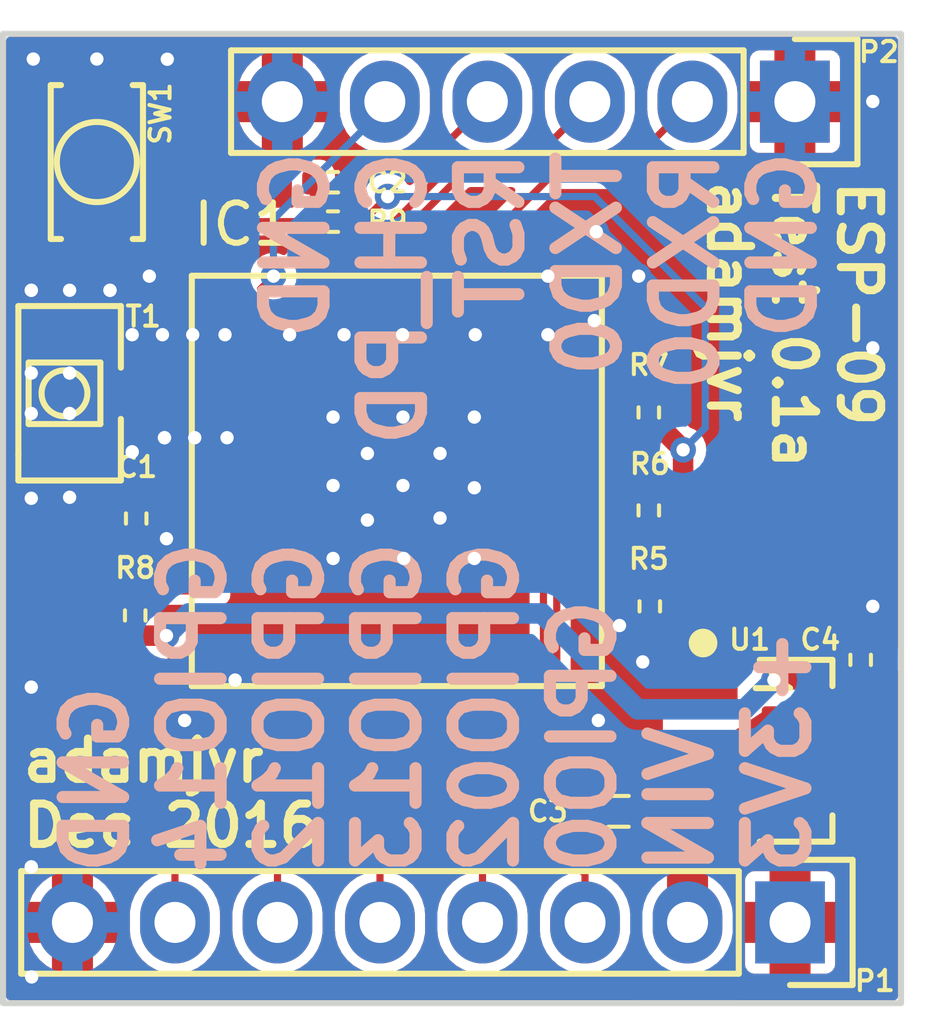
<source format=kicad_pcb>
(kicad_pcb (version 20221018) (generator pcbnew)
  (layers (0 "F.Cu" signal) (31 "B.Cu" signal) (34 "B.Paste" user) (35 "F.Paste" user) (36 "B.SilkS" user "B.Silkscreen") (37 "F.SilkS" user "F.Silkscreen") (38 "B.Mask" user) (39 "F.Mask" user) (44 "Edge.Cuts" user))
  (net 0 "")
  (net 1 "+3V3")
  (net 2 "GND")
  (net 3 "Net-(IC1-Pad6)")
  (net 4 "/ANTENNA")
  (net 5 "/CH_PD")
  (net 6 "VCC")
  (net 7 "/GPIO14")
  (net 8 "/GPIO12")
  (net 9 "/GPIO13")
  (net 10 "/GPIO2")
  (net 11 "/GPIO0")
  (net 12 "/RST")
  (net 13 "/TXD0")
  (net 14 "/RXD0")
  (footprint "PCB_Footprints:R0402" (layer "F.Cu") (at 125.275 52.9 -90)
    (fp_text reference "R8" (at -1.175 0) (layer "F.SilkS") (effects (font (size 0.5 0.5) (thickness 0.1))))
    (fp_text value "RC1005F103CS")
    (fp_line (start -0.127 -0.254) (end 0.127 -0.254) (stroke (width 0.1)) (layer "F.SilkS"))
    (fp_line (start -0.127 0.254) (end 0.127 0.254) (stroke (width 0.1)) (layer "F.SilkS"))
    (pad "1" smd roundrect (at -0.483 0 270) (size 0.559 0.61) (layers "F.Cu" "F.Paste" "F.Mask") (net 5 "/CH_PD"))
    (pad "2" smd roundrect (at 0.483 0 270) (size 0.559 0.61) (layers "F.Cu" "F.Paste" "F.Mask") (net 1 "+3V3"))
  )
  (footprint "PCB_Footprints:R0402" (layer "F.Cu") (at 130.175 43.15 180)
    (fp_text reference "R9" (at -1.35 0 180) (layer "F.SilkS") (effects (font (size 0.5 0.5) (thickness 0.1))))
    (fp_text value "RC1005F102CS")
    (fp_line (start -0.127 -0.254) (end 0.127 -0.254) (stroke (width 0.1)) (layer "F.SilkS"))
    (fp_line (start -0.127 0.254) (end 0.127 0.254) (stroke (width 0.1)) (layer "F.SilkS"))
    (pad "1" smd roundrect (at -0.483 0 180) (size 0.559 0.61) (layers "F.Cu" "F.Paste" "F.Mask") (net 1 "+3V3"))
    (pad "2" smd roundrect (at 0.483 0 180) (size 0.559 0.61) (layers "F.Cu" "F.Paste" "F.Mask") (net 12 "/RST"))
  )
  (footprint "PCB_Footprints:R0402" (layer "F.Cu") (at 138 47.875 90)
    (fp_text reference "R7" (at 1.175 0 180) (layer "F.SilkS") (effects (font (size 0.5 0.5) (thickness 0.1))))
    (fp_text value "RC1005F103CS")
    (fp_line (start -0.127 -0.254) (end 0.127 -0.254) (stroke (width 0.1)) (layer "F.SilkS"))
    (fp_line (start -0.127 0.254) (end 0.127 0.254) (stroke (width 0.1)) (layer "F.SilkS"))
    (pad "1" smd roundrect (at -0.483 0 90) (size 0.559 0.61) (layers "F.Cu" "F.Paste" "F.Mask") (net 1 "+3V3"))
    (pad "2" smd roundrect (at 0.483 0 90) (size 0.559 0.61) (layers "F.Cu" "F.Paste" "F.Mask") (net 10 "/GPIO2"))
  )
  (footprint "PCB_Footprints:R0402" (layer "F.Cu") (at 138.025 52.675 -90)
    (fp_text reference "R5" (at -1.175 0.025) (layer "F.SilkS") (effects (font (size 0.5 0.5) (thickness 0.1))))
    (fp_text value "RC1005F103CS")
    (fp_line (start -0.127 -0.254) (end 0.127 -0.254) (stroke (width 0.1)) (layer "F.SilkS"))
    (fp_line (start -0.127 0.254) (end 0.127 0.254) (stroke (width 0.1)) (layer "F.SilkS"))
    (pad "1" smd roundrect (at -0.483 0 270) (size 0.559 0.61) (layers "F.Cu" "F.Paste" "F.Mask") (net 3 "Net-(IC1-Pad6)"))
    (pad "2" smd roundrect (at 0.483 0 270) (size 0.559 0.61) (layers "F.Cu" "F.Paste" "F.Mask") (net 2 "GND"))
  )
  (footprint "PCB_Footprints:R0402" (layer "F.Cu") (at 138 50.3 90)
    (fp_text reference "R6" (at 1.15 0.025 180) (layer "F.SilkS") (effects (font (size 0.5 0.5) (thickness 0.1))))
    (fp_text value "RC1005F103CS")
    (fp_line (start -0.127 -0.254) (end 0.127 -0.254) (stroke (width 0.1)) (layer "F.SilkS"))
    (fp_line (start -0.127 0.254) (end 0.127 0.254) (stroke (width 0.1)) (layer "F.SilkS"))
    (pad "1" smd roundrect (at -0.483 0 90) (size 0.559 0.61) (layers "F.Cu" "F.Paste" "F.Mask") (net 1 "+3V3"))
    (pad "2" smd roundrect (at 0.483 0 90) (size 0.559 0.61) (layers "F.Cu" "F.Paste" "F.Mask") (net 11 "/GPIO0"))
  )
  (footprint "PCB_Footprints:ESP-09" (layer "F.Cu") (at 126.677528 44.489437)
    (fp_text reference "IC1" (at 1.27 -1.27) (layer "F.SilkS"))
    (fp_text value "ESP_09")
    (fp_line (start 0 0) (end 0 10.16) (stroke (width 0.15)) (layer "F.SilkS"))
    (fp_line (start 0 10.16) (end 10.16 10.16) (stroke (width 0.15)) (layer "F.SilkS"))
    (fp_line (start 10.16 0) (end 0 0) (stroke (width 0.15)) (layer "F.SilkS"))
    (fp_line (start 10.16 10.16) (end 10.16 0) (stroke (width 0.15)) (layer "F.SilkS"))
    (pad "1" smd rect (at 0 10) (size 1.2 1.2) (layers "F.Cu" "F.Paste" "F.Mask") (net 2 "GND"))
    (pad "2" smd rect (at 3.023 10) (size 0.8 1.4) (layers "F.Cu" "F.Paste" "F.Mask") (net 7 "/GPIO14"))
    (pad "3" smd rect (at 5.232 10) (size 0.8 1.4) (layers "F.Cu" "F.Paste" "F.Mask") (net 8 "/GPIO12"))
    (pad "4" smd rect (at 7.442 10) (size 0.8 1.4) (layers "F.Cu" "F.Paste" "F.Mask") (net 9 "/GPIO13"))
    (pad "5" smd rect (at 10 10) (size 1.2 1.2) (layers "F.Cu" "F.Paste" "F.Mask") (net 2 "GND"))
    (pad "6" smd rect (at 10 7.493 90) (size 0.8 1.4) (layers "F.Cu" "F.Paste" "F.Mask") (net 3 "Net-(IC1-Pad6)"))
    (pad "7" smd rect (at 10 5.194 90) (size 0.8 1.4) (layers "F.Cu" "F.Paste" "F.Mask") (net 11 "/GPIO0"))
    (pad "8" smd rect (at 10 2.896 90) (size 0.8 1.4) (layers "F.Cu" "F.Paste" "F.Mask") (net 10 "/GPIO2"))
    (pad "9" smd rect (at 10 0) (size 1.2 1.2) (layers "F.Cu" "F.Paste" "F.Mask") (net 2 "GND"))
    (pad "10" smd rect (at 7.442 0) (size 0.8 1.4) (layers "F.Cu" "F.Paste" "F.Mask") (net 14 "/RXD0"))
    (pad "11" smd rect (at 5.232 0) (size 0.8 1.4) (layers "F.Cu" "F.Paste" "F.Mask") (net 13 "/TXD0"))
    (pad "12" smd rect (at 3.023 0) (size 0.8 1.4) (layers "F.Cu" "F.Paste" "F.Mask") (net 12 "/RST"))
    (pad "13" smd rect (at 0 0) (size 1.2 1.2) (layers "F.Cu" "F.Paste" "F.Mask") (net 2 "GND"))
    (pad "14" smd rect (at 0 2.896 90) (size 0.8 1.4) (layers "F.Cu" "F.Paste" "F.Mask") (net 4 "/ANTENNA"))
    (pad "15" smd rect (at 0 5.194 90) (size 0.8 1.4) (layers "F.Cu" "F.Paste" "F.Mask") (net 1 "+3V3"))
    (pad "16" smd rect (at 0 7.493 90) (size 0.8 1.4) (layers "F.Cu" "F.Paste" "F.Mask") (net 5 "/CH_PD"))
    (pad "17" thru_hole circle (at 3.5 3.5) (size 0.635 0.635) (drill 0.3302) (layers "*.Cu" "*.Mask") (net 2 "GND"))
    (pad "17" thru_hole circle (at 3.5 5.194) (size 0.635 0.635) (drill 0.3302) (layers "*.Cu" "*.Mask") (net 2 "GND"))
    (pad "17" thru_hole circle (at 3.5 7) (size 0.635 0.635) (drill 0.3302) (layers "*.Cu" "*.Mask") (net 2 "GND"))
    (pad "17" thru_hole circle (at 4.35 4.4) (size 0.635 0.635) (drill 0.3302) (layers "*.Cu" "*.Mask") (net 2 "GND"))
    (pad "17" thru_hole circle (at 4.35 6.05) (size 0.635 0.635) (drill 0.3302) (layers "*.Cu" "*.Mask") (net 2 "GND"))
    (pad "17" thru_hole circle (at 5.232 3.5) (size 0.635 0.635) (drill 0.3302) (layers "*.Cu" "*.Mask") (net 2 "GND"))
    (pad "17" thru_hole circle (at 5.232 5.194) (size 0.635 0.635) (drill 0.3302) (layers "*.Cu" "*.Mask") (net 2 "GND"))
    (pad "17" smd rect (at 5.232 5.194 90) (size 4.7 4.7) (layers "F.Cu" "F.Paste" "F.Mask") (net 2 "GND"))
    (pad "17" thru_hole circle (at 5.25 7) (size 0.635 0.635) (drill 0.3302) (layers "*.Cu" "*.Mask") (net 2 "GND"))
    (pad "17" thru_hole circle (at 6.15 4.4) (size 0.635 0.635) (drill 0.3302) (layers "*.Cu" "*.Mask") (net 2 "GND"))
    (pad "17" thru_hole circle (at 6.15 6) (size 0.635 0.635) (drill 0.3302) (layers "*.Cu" "*.Mask") (net 2 "GND"))
    (pad "17" thru_hole circle (at 7 3.5) (size 0.635 0.635) (drill 0.3302) (layers "*.Cu" "*.Mask") (net 2 "GND"))
    (pad "17" thru_hole circle (at 7 5.25) (size 0.635 0.635) (drill 0.3302) (layers "*.Cu" "*.Mask") (net 2 "GND"))
    (pad "17" thru_hole circle (at 7 7) (size 0.635 0.635) (drill 0.3302) (layers "*.Cu" "*.Mask") (net 2 "GND"))
  )
  (footprint "PCB_Footprints:C0402" (layer "F.Cu") (at 125.3 50.5 -90)
    (fp_text reference "C1" (at -1.275 -0.025) (layer "F.SilkS") (effects (font (size 0.5 0.5) (thickness 0.1))))
    (fp_text value "CL05B104JP5NNNC")
    (fp_line (start -0.127 -0.254) (end 0.127 -0.254) (stroke (width 0.1)) (layer "F.SilkS"))
    (fp_line (start -0.127 0.254) (end 0.127 0.254) (stroke (width 0.1)) (layer "F.SilkS"))
    (pad "1" smd roundrect (at -0.483 0 270) (size 0.559 0.61) (layers "F.Cu" "F.Paste" "F.Mask") (net 1 "+3V3"))
    (pad "2" smd roundrect (at 0.483 0 270) (size 0.559 0.61) (layers "F.Cu" "F.Paste" "F.Mask") (net 2 "GND"))
  )
  (footprint "PCB_Footprints:C0402" (layer "F.Cu") (at 130.175 42.175)
    (fp_text reference "C2" (at 1.35 0) (layer "F.SilkS") (effects (font (size 0.5 0.5) (thickness 0.1))))
    (fp_text value "CL05B104JP5NNNC")
    (fp_line (start -0.127 -0.254) (end 0.127 -0.254) (stroke (width 0.1)) (layer "F.SilkS"))
    (fp_line (start -0.127 0.254) (end 0.127 0.254) (stroke (width 0.1)) (layer "F.SilkS"))
    (pad "1" smd roundrect (at -0.483 0) (size 0.559 0.61) (layers "F.Cu" "F.Paste" "F.Mask") (net 12 "/RST"))
    (pad "2" smd roundrect (at 0.483 0) (size 0.559 0.61) (layers "F.Cu" "F.Paste" "F.Mask") (net 2 "GND"))
  )
  (footprint "PCB_Footprints:B3U-1000P" (layer "F.Cu") (at 124.325 41.675 90)
    (fp_text reference "SW1" (at 1.2 1.575 90) (layer "F.SilkS") (effects (font (size 0.5 0.5) (thickness 0.1))))
    (fp_text value "B3U-1000P")
    (fp_line (start -1.905 -1.143) (end 1.905 -1.143) (stroke (width 0.15)) (layer "F.SilkS"))
    (fp_line (start -1.905 -0.889) (end -1.905 -1.143) (stroke (width 0.15)) (layer "F.SilkS"))
    (fp_line (start -1.905 1.143) (end -1.905 0.889) (stroke (width 0.15)) (layer "F.SilkS"))
    (fp_line (start 1.905 -1.143) (end 1.905 -0.889) (stroke (width 0.15)) (layer "F.SilkS"))
    (fp_line (start 1.905 0.889) (end 1.905 1.143) (stroke (width 0.15)) (layer "F.SilkS"))
    (fp_line (start 1.905 1.143) (end -1.905 1.143) (stroke (width 0.15)) (layer "F.SilkS"))
    (fp_circle (center 0 0) (end 0.635 0.762) (stroke (width 0.15)) (fill none) (layer "F.SilkS"))
    (pad "1" smd rect (at -1.7 0 90) (size 0.8 1.7) (layers "F.Cu" "F.Paste" "F.Mask") (net 12 "/RST"))
    (pad "2" smd rect (at 1.7 0 90) (size 0.8 1.7) (layers "F.Cu" "F.Paste" "F.Mask") (net 2 "GND"))
  )
  (footprint "PCB_Footprints:1909763-1" (layer "F.Cu") (at 123.65 47.4 -90)
    (fp_text reference "T1" (at -1.9 -1.825) (layer "F.SilkS") (effects (font (size 0.5 0.5) (thickness 0.1))))
    (fp_text value "1909763-1" hide)
    (fp_line (start -2.159 -1.27) (end -0.635 -1.27) (stroke (width 0.15)) (layer "F.SilkS"))
    (fp_line (start -2.159 1.27) (end -2.159 -1.27) (stroke (width 0.15)) (layer "F.SilkS"))
    (fp_line (start -0.762 -0.762) (end -0.762 1.016) (stroke (width 0.15)) (layer "F.SilkS"))
    (fp_line (start -0.762 -0.762) (end 0.762 -0.762) (stroke (width 0.15)) (layer "F.SilkS"))
    (fp_line (start -0.762 1.016) (end 0.762 1.016) (stroke (width 0.15)) (layer "F.SilkS"))
    (fp_line (start 0.635 -1.27) (end 2.159 -1.27) (stroke (width 0.15)) (layer "F.SilkS"))
    (fp_line (start 0.762 1.016) (end 0.762 -0.762) (stroke (width 0.15)) (layer "F.SilkS"))
    (fp_line (start 1.524 1.27) (end -2.159 1.27) (stroke (width 0.15)) (layer "F.SilkS"))
    (fp_line (start 2.159 -1.27) (end 2.159 1.27) (stroke (width 0.15)) (layer "F.SilkS"))
    (fp_line (start 2.159 1.27) (end 1.524 1.27) (stroke (width 0.15)) (layer "F.SilkS"))
    (fp_circle (center 0 0.127) (end 0.254 0.635) (stroke (width 0.15)) (fill none) (layer "F.SilkS"))
    (pad "1" smd rect (at 0 -1.525 270) (size 1 1.05) (layers "F.Cu" "F.Paste" "F.Mask") (net 4 "/ANTENNA"))
    (pad "2" smd rect (at -1.475 0 270) (size 1.05 2.2) (layers "F.Cu" "F.Paste" "F.Mask") (net 2 "GND"))
    (pad "2" smd rect (at 1.475 0 270) (size 1.05 2.2) (layers "F.Cu" "F.Paste" "F.Mask") (net 2 "GND"))
  )
  (footprint "Pin_Headers:Pin_Header_Straight_1x08" (layer "F.Cu") (at 141.5 60.5 -90)
    (fp_text reference "P1" (at 1.45 -2.1) (layer "F.SilkS") (effects (font (size 0.5 0.5) (thickness 0.1))))
    (fp_text value "CONN_01X08")
    (fp_line (start -1.55 -1.55) (end 1.55 -1.55) (stroke (width 0.15)) (layer "F.SilkS"))
    (fp_line (start -1.55 0) (end -1.55 -1.55) (stroke (width 0.15)) (layer "F.SilkS"))
    (fp_line (start -1.27 19.05) (end -1.27 1.27) (stroke (width 0.15)) (layer "F.SilkS"))
    (fp_line (start 1.27 1.27) (end -1.27 1.27) (stroke (width 0.15)) (layer "F.SilkS"))
    (fp_line (start 1.27 1.27) (end 1.27 19.05) (stroke (width 0.15)) (layer "F.SilkS"))
    (fp_line (start 1.27 19.05) (end -1.27 19.05) (stroke (width 0.15)) (layer "F.SilkS"))
    (fp_line (start 1.55 -1.55) (end 1.55 0) (stroke (width 0.15)) (layer "F.SilkS"))
    (pad "1" thru_hole rect (at 0 0 270) (size 2.032 1.7272) (drill 1.016) (layers "*.Cu" "*.Mask") (net 1 "+3V3"))
    (pad "2" thru_hole oval (at 0 2.54 270) (size 2.032 1.7272) (drill 1.016) (layers "*.Cu" "*.Mask") (net 6 "VCC"))
    (pad "3" thru_hole oval (at 0 5.08 270) (size 2.032 1.7272) (drill 1.016) (layers "*.Cu" "*.Mask") (net 11 "/GPIO0"))
    (pad "4" thru_hole oval (at 0 7.62 270) (size 2.032 1.7272) (drill 1.016) (layers "*.Cu" "*.Mask") (net 10 "/GPIO2"))
    (pad "5" thru_hole oval (at 0 10.16 270) (size 2.032 1.7272) (drill 1.016) (layers "*.Cu" "*.Mask") (net 9 "/GPIO13"))
    (pad "6" thru_hole oval (at 0 12.7 270) (size 2.032 1.7272) (drill 1.016) (layers "*.Cu" "*.Mask") (net 8 "/GPIO12"))
    (pad "7" thru_hole oval (at 0 15.24 270) (size 2.032 1.7272) (drill 1.016) (layers "*.Cu" "*.Mask") (net 7 "/GPIO14"))
    (pad "8" thru_hole oval (at 0 17.78 270) (size 2.032 1.7272) (drill 1.016) (layers "*.Cu" "*.Mask") (net 2 "GND"))
  )
  (footprint "Pin_Headers:Pin_Header_Straight_1x06" (layer "F.Cu") (at 141.62 40.18 -90)
    (fp_text reference "P2" (at -1.23 -2.08) (layer "F.SilkS") (effects (font (size 0.5 0.5) (thickness 0.1))))
    (fp_text value "CONN_01X06")
    (fp_line (start -1.55 -1.55) (end 1.55 -1.55) (stroke (width 0.15)) (layer "F.SilkS"))
    (fp_line (start -1.55 0) (end -1.55 -1.55) (stroke (width 0.15)) (layer "F.SilkS"))
    (fp_line (start -1.27 13.97) (end -1.27 1.27) (stroke (width 0.15)) (layer "F.SilkS"))
    (fp_line (start 1.27 1.27) (end -1.27 1.27) (stroke (width 0.15)) (layer "F.SilkS"))
    (fp_line (start 1.27 1.27) (end 1.27 13.97) (stroke (width 0.15)) (layer "F.SilkS"))
    (fp_line (start 1.27 13.97) (end -1.27 13.97) (stroke (width 0.15)) (layer "F.SilkS"))
    (fp_line (start 1.55 -1.55) (end 1.55 0) (stroke (width 0.15)) (layer "F.SilkS"))
    (pad "1" thru_hole rect (at 0 0 270) (size 2.032 1.7272) (drill 1.016) (layers "*.Cu" "*.Mask") (net 2 "GND"))
    (pad "2" thru_hole oval (at 0 2.54 270) (size 2.032 1.7272) (drill 1.016) (layers "*.Cu" "*.Mask") (net 14 "/RXD0"))
    (pad "3" thru_hole oval (at 0 5.08 270) (size 2.032 1.7272) (drill 1.016) (layers "*.Cu" "*.Mask") (net 13 "/TXD0"))
    (pad "4" thru_hole oval (at 0 7.62 270) (size 2.032 1.7272) (drill 1.016) (layers "*.Cu" "*.Mask") (net 12 "/RST"))
    (pad "5" thru_hole oval (at 0 10.16 270) (size 2.032 1.7272) (drill 1.016) (layers "*.Cu" "*.Mask") (net 5 "/CH_PD"))
    (pad "6" thru_hole oval (at 0 12.7 270) (size 2.032 1.7272) (drill 1.016) (layers "*.Cu" "*.Mask") (net 2 "GND"))
  )
  (footprint "PCB_Footprints:C0603" (layer "F.Cu") (at 137.25 57.75 180)
    (fp_text reference "C3" (at 1.75 0 180) (layer "F.SilkS") (effects (font (size 0.5 0.5) (thickness 0.1))))
    (fp_text value "CL10A106KQ8NNNC" hide)
    (fp_line (start -0.254 -0.381) (end 0.254 -0.381) (stroke (width 0.1)) (layer "F.SilkS"))
    (fp_line (start -0.254 0.381) (end 0.254 0.381) (stroke (width 0.1)) (layer "F.SilkS"))
    (pad "1" smd roundrect (at -0.68 0 180) (size 0.74 1) (layers "F.Cu" "F.Paste" "F.Mask") (net 6 "VCC"))
    (pad "2" smd roundrect (at 0.68 0 180) (size 0.74 1) (layers "F.Cu" "F.Paste" "F.Mask") (net 2 "GND"))
  )
  (footprint "PCB_Footprints:C0402" (layer "F.Cu") (at 143.25 54 90)
    (fp_text reference "C4" (at 0.5 -1 180) (layer "F.SilkS") (effects (font (size 0.5 0.5) (thickness 0.1))))
    (fp_text value "CL05B104JP5NNNC")
    (fp_line (start -0.127 -0.254) (end 0.127 -0.254) (stroke (width 0.1)) (layer "F.SilkS"))
    (fp_line (start -0.127 0.254) (end 0.127 0.254) (stroke (width 0.1)) (layer "F.SilkS"))
    (pad "1" smd roundrect (at -0.483 0 90) (size 0.559 0.61) (layers "F.Cu" "F.Paste" "F.Mask") (net 1 "+3V3"))
    (pad "2" smd roundrect (at 0.483 0 90) (size 0.559 0.61) (layers "F.Cu" "F.Paste" "F.Mask") (net 2 "GND"))
  )
  (footprint "PCB_Footprints:AZ1117CR-3.3TRG1" (layer "F.Cu") (at 141.25 56.25 -90)
    (fp_text reference "U1" (at -2.75 0.75) (layer "F.SilkS") (effects (font (size 0.5 0.5) (thickness 0.1))))
    (fp_text value "AZ1117CR-3.3TRG1_1")
    (fp_line (start -2.25044 -1.30048) (end -2.25044 0.50038) (stroke (width 0.15)) (layer "F.SilkS"))
    (fp_line (start -2.25044 -1.30048) (end -1.6002 -1.30048) (stroke (width 0.15)) (layer "F.SilkS"))
    (fp_line (start -1.89992 0.20066) (end -1.651 -0.09906) (stroke (width 0.15)) (layer "F.SilkS"))
    (fp_line (start -1.651 -0.09906) (end -1.5494 -0.24892) (stroke (width 0.15)) (layer "F.SilkS"))
    (fp_line (start -1.5494 -0.24892) (end -1.5494 0.59944) (stroke (width 0.15)) (layer "F.SilkS"))
    (fp_line (start 2.25044 -1.30048) (end 1.6002 -1.30048) (stroke (width 0.15)) (layer "F.SilkS"))
    (fp_line (start 2.25044 -1.30048) (end 2.25044 0.50038) (stroke (width 0.15)) (layer "F.SilkS"))
    (fp_circle (center -2.667 1.905) (end -2.54 2.032) (stroke (width 0.35)) (fill none) (layer "F.SilkS"))
    (pad "1" smd roundrect (at -1.50114 1.85166 270) (size 1.00076 1.50114) (layers "F.Cu" "F.Paste" "F.Mask") (net 2 "GND"))
    (pad "2" smd rect (at 0 -1.09982 270) (size 1.99898 2.99974) (layers "F.Cu" "F.Paste" "F.Mask") (net 1 "+3V3"))
    (pad "2" smd trapezoid (at 0 0.7493 90) (size 1.50114 0.7493) (rect_delta 0 0.50038) (layers "F.Cu" "F.Paste" "F.Mask") (net 1 "+3V3"))
    (pad "2" smd rect (at 0 1.85166 270) (size 1.00076 1.50114) (layers "F.Cu" "F.Paste" "F.Mask") (net 1 "+3V3"))
    (pad "3" smd roundrect (at 1.50114 1.85166 270) (size 1.00076 1.50114) (layers "F.Cu" "F.Paste" "F.Mask") (net 6 "VCC"))
  )
  (gr_line (start 144.25 38.5) (end 144.25 62.5) (stroke (width 0.15)) (layer "Edge.Cuts"))
  (gr_line (start 122 62.5) (end 122 38.5) (stroke (width 0.15)) (layer "Edge.Cuts"))
  (gr_line (start 122 38.5) (end 144.25 38.5) (stroke (width 0.15)) (layer "Edge.Cuts"))
  (gr_line (start 144.25 62.5) (end 122 62.5) (stroke (width 0.15)) (layer "Edge.Cuts"))
  (gr_text "GND\nGPIO14\nGPIO12\nGPIO13\nGPIO02\nGPIO0\nVIN\n+3V3" (at 132.75 59.45 90) (layer "B.SilkS") (effects (font (size 1.5 1.5) (thickness 0.3)) (justify right mirror)))
  (gr_text "GND\nCH_PD\nRST\nTXD0\nRXD0\nGND" (at 135.3 41.25 90) (layer "B.SilkS") (effects (font (size 1.5 1.5) (thickness 0.3)) (justify left mirror)))
  (gr_text "adamjvr\nDec 2016" (at 122.4 57.3) (layer "F.SilkS") (effects (font (size 1 1) (thickness 0.2)) (justify left)))
  (gr_text "ESP-09 \nTest 0.1a\nadamjvr" (at 141.6 42.05 270) (layer "F.SilkS") (effects (font (size 1 1) (thickness 0.2)) (justify left)))
  (segment (start 126.05 53.4) (end 125.292 53.4) (width 0.508) (layer "F.Cu") (net 1))
  (segment (start 138 48.358) (end 138.408 48.358) (width 0.508) (layer "F.Cu") (net 1))
  (segment (start 130.658 43.15) (end 130.909736 43.15) (width 0.1778) (layer "F.Cu") (net 1))
  (segment (start 125.3 50.017) (end 124.895 50.017) (width 0.508) (layer "F.Cu") (net 1))
  (segment (start 142.34982 56.25) (end 139.39834 56.25) (width 0.1778) (layer "F.Cu") (net 1))
  (segment (start 130.909736 43.15) (end 131.529868 42.529868) (width 0.1778) (layer "F.Cu") (net 1))
  (segment (start 138 50.783) (end 138.783 50.783) (width 0.508) (layer "F.Cu") (net 1))
  (segment (start 141.5 59.3062) (end 142.34982 58.45638) (width 0.1778) (layer "F.Cu") (net 1))
  (segment (start 124.2 52.85) (end 124.733 53.383) (width 0.508) (layer "F.Cu") (net 1))
  (segment (start 138.408 48.358) (end 138.85 48.8) (width 0.508) (layer "F.Cu") (net 1))
  (segment (start 141.85 53.85) (end 142.483 54.483) (width 0.508) (layer "F.Cu") (net 1))
  (segment (start 124.733 53.383) (end 125.275 53.383) (width 0.508) (layer "F.Cu") (net 1))
  (segment (start 138.85 50.716) (end 138.783 50.783) (width 0.508) (layer "F.Cu") (net 1))
  (segment (start 125.3 50.017) (end 125.367 49.95) (width 0.1778) (layer "F.Cu") (net 1))
  (segment (start 124.895 50.017) (end 124.2 50.712) (width 0.508) (layer "F.Cu") (net 1))
  (segment (start 143.25 54.483) (end 141.117 54.483) (width 0.1778) (layer "F.Cu") (net 1))
  (segment (start 126.410965 49.95) (end 126.677528 49.683437) (width 0.1778) (layer "F.Cu") (net 1))
  (segment (start 138.85 48.8) (end 138.85 50.716) (width 0.508) (layer "F.Cu") (net 1))
  (segment (start 125.292 53.4) (end 125.275 53.383) (width 0.508) (layer "F.Cu") (net 1))
  (segment (start 138.783 50.783) (end 139.5 51.5) (width 0.508) (layer "F.Cu") (net 1))
  (segment (start 142.34982 58.45638) (end 142.34982 56.25) (width 0.1778) (layer "F.Cu") (net 1))
  (segment (start 139.5 51.5) (end 141.85 53.85) (width 0.508) (layer "F.Cu") (net 1))
  (segment (start 125.367 49.95) (end 126.410965 49.95) (width 0.1778) (layer "F.Cu") (net 1))
  (segment (start 124.2 50.712) (end 124.2 52.85) (width 0.508) (layer "F.Cu") (net 1))
  (segment (start 142.483 54.483) (end 141.117 54.483) (width 0.508) (layer "F.Cu") (net 1))
  (segment (start 140.5007 56.25) (end 139.39834 56.25) (width 0.1778) (layer "F.Cu") (net 1))
  (segment (start 141.117 54.483) (end 141.1 54.5) (width 0.1778) (layer "F.Cu") (net 1))
  (segment (start 141.5 60.5) (end 141.5 59.3062) (width 0.1778) (layer "F.Cu") (net 1))
  (segment (start 142.483 54.483) (end 143.25 54.483) (width 0.508) (layer "F.Cu") (net 1))
  (via (at 141.1 54.5) (size 0.635) (drill 0.3302) (layers "F.Cu" "B.Cu") (net 1))
  (via (at 131.529868 42.529868) (size 0.635) (drill 0.3302) (layers "F.Cu" "B.Cu") (net 1))
  (via (at 126.05 53.4) (size 0.635) (drill 0.3302) (layers "F.Cu" "B.Cu") (net 1))
  (via (at 138.85 48.8) (size 0.635) (drill 0.3302) (layers "F.Cu" "B.Cu") (net 1))
  (segment (start 137.723901 55.223901) (end 135.35 52.85) (width 0.508) (layer "B.Cu") (net 1))
  (segment (start 136.656894 42.529868) (end 139.4 45.272974) (width 0.1778) (layer "B.Cu") (net 1))
  (segment (start 140.376099 55.223901) (end 137.723901 55.223901) (width 0.508) (layer "B.Cu") (net 1))
  (segment (start 139.4 48.25) (end 138.85 48.8) (width 0.1778) (layer "B.Cu") (net 1))
  (segment (start 126.6 52.85) (end 126.05 53.4) (width 0.508) (layer "B.Cu") (net 1))
  (segment (start 135.35 52.85) (end 126.6 52.85) (width 0.508) (layer "B.Cu") (net 1))
  (segment (start 141.1 54.5) (end 140.376099 55.223901) (width 0.508) (layer "B.Cu") (net 1))
  (segment (start 131.529868 42.529868) (end 136.656894 42.529868) (width 0.1778) (layer "B.Cu") (net 1))
  (segment (start 139.4 45.272974) (end 139.4 48.25) (width 0.1778) (layer "B.Cu") (net 1))
  (segment (start 125.65 48.85) (end 126 48.5) (width 0.508) (layer "F.Cu") (net 2))
  (segment (start 123.65 45.925) (end 123.675 45.95) (width 0.508) (layer "F.Cu") (net 2))
  (segment (start 126.7 45.95) (end 127.5 45.95) (width 0.508) (layer "F.Cu") (net 2))
  (segment (start 136.75 54.561909) (end 136.75 55.050988) (width 0.508) (layer "F.Cu") (net 2))
  (segment (start 131.9 45.95) (end 133.7 45.95) (width 0.508) (layer "F.Cu") (net 2))
  (segment (start 122.695 59.125) (end 122.46 59.36) (width 0.1778) (layer "F.Cu") (net 2))
  (segment (start 126.8 45.949992) (end 126.799992 45.95) (width 0.508) (layer "F.Cu") (net 2))
  (segment (start 123.65 48.875) (end 123.65 49.975) (width 0.508) (layer "F.Cu") (net 2))
  (segment (start 136.677528 54.489437) (end 136.75 54.561909) (width 0.508) (layer "F.Cu") (net 2))
  (segment (start 137.410563 54.489437) (end 137.6 54.3) (width 0.508) (layer "F.Cu") (net 2))
  (segment (start 125.2 48.85) (end 125.65 48.85) (width 0.508) (layer "F.Cu") (net 2))
  (segment (start 131.9 45.95) (end 130.45 45.95) (width 0.508) (layer "F.Cu") (net 2))
  (segment (start 130.177528 47.989437) (end 130.177528 47.027528) (width 0.508) (layer "F.Cu") (net 2))
  (segment (start 137.6 54.3) (end 137.600004 54.3) (width 0.508) (layer "F.Cu") (net 2))
  (segment (start 136.677528 43.422472) (end 136.7 43.4) (width 0.508) (layer "F.Cu") (net 2))
  (segment (start 123.65 46.9) (end 123.65 47.9) (width 0.508) (layer "F.Cu") (net 2))
  (segment (start 136.677528 54.489437) (end 137.410563 54.489437) (width 0.508) (layer "F.Cu") (net 2))
  (segment (start 136.677528 44.489437) (end 136.677528 43.422472) (width 0.508) (layer "F.Cu") (net 2))
  (segment (start 126.399012 45.95) (end 125.95 45.95) (width 0.508) (layer "F.Cu") (net 2))
  (segment (start 135.510563 44.489437) (end 135.5 44.5) (width 0.508) (layer "F.Cu") (net 2))
  (segment (start 122.7 59.125) (end 122.695 59.125) (width 0.1778) (layer "F.Cu") (net 2))
  (segment (start 136.75 55.050988) (end 136.75 55.5) (width 0.508) (layer "F.Cu") (net 2))
  (segment (start 123.65 48.875) (end 125.175 48.875) (width 0.508) (layer "F.Cu") (net 2))
  (segment (start 124.325 39.975) (end 124.325 39.125) (width 0.508) (layer "F.Cu") (net 2))
  (segment (start 129.0462 41.5) (end 128.92 41.3738) (width 0.1778) (layer "F.Cu") (net 2))
  (segment (start 130.177528 47.027528) (end 129.1 45.95) (width 0.508) (layer "F.Cu") (net 2))
  (segment (start 126.677528 44.489437) (end 125.635563 44.489437) (width 0.508) (layer "F.Cu") (net 2))
  (segment (start 122.724996 49.975) (end 122.699996 50) (width 0.508) (layer "F.Cu") (net 2))
  (segment (start 143.55 46.275) (end 143.55 52.675) (width 0.1778) (layer "F.Cu") (net 2))
  (segment (start 136.677528 44.489437) (end 137.739437 44.489437) (width 0.508) (layer "F.Cu") (net 2))
  (segment (start 138.025 53.158) (end 137.283 53.158) (width 0.1778) (layer "F.Cu") (net 2))
  (segment (start 137.739437 44.489437) (end 137.75 44.5) (width 0.508) (layer "F.Cu") (net 2))
  (segment (start 126.799992 45.95) (end 126.399012 45.95) (width 0.508) (layer "F.Cu") (net 2))
  (segment (start 130.658 42.175) (end 130.658 41.758) (width 0.1778) (layer "F.Cu") (net 2))
  (segment (start 127.739437 54.489437) (end 127.75 54.5) (width 0.508) (layer "F.Cu") (net 2))
  (segment (start 123.675 45.95) (end 124.750988 45.95) (width 0.508) (layer "F.Cu") (net 2))
  (segment (start 137.600004 54.3) (end 137.850004 54.05) (width 0.508) (layer "F.Cu") (net 2))
  (segment (start 143.55 40.175) (end 143.55 40.624012) (width 0.1778) (layer "F.Cu") (net 2))
  (segment (start 125.3 50.983) (end 126.033 50.983) (width 0.1778) (layer "F.Cu") (net 2))
  (segment (start 136.677528 45.572472) (end 136.65 45.6) (width 0.508) (layer "F.Cu") (net 2))
  (segment (start 123.72 60.5) (end 123.72 59.3062) (width 0.1778) (layer "F.Cu") (net 2))
  (segment (start 124.750988 45.95) (end 125.2 45.95) (width 0.508) (layer "F.Cu") (net 2))
  (segment (start 123.72 59.3062) (end 123.3888 58.975) (width 0.1778) (layer "F.Cu") (net 2))
  (segment (start 126.499986 55.050988) (end 126.499986 55.5) (width 0.508) (layer "F.Cu") (net 2))
  (segment (start 126.033 50.983) (end 126.05 51) (width 0.1778) (layer "F.Cu") (net 2))
  (segment (start 124.325 39.125) (end 126.065 39.125) (width 0.1778) (layer "F.Cu") (net 2))
  (segment (start 123.65 49.975) (end 122.724996 49.975) (width 0.508) (layer "F.Cu") (net 2))
  (segment (start 130.4 41.5) (end 129.0462 41.5) (width 0.1778) (layer "F.Cu") (net 2))
  (segment (start 123.65 45.925) (end 123.65 44.85) (width 0.508) (layer "F.Cu") (net 2))
  (segment (start 126.677528 54.489437) (end 127.739437 54.489437) (width 0.508) (layer "F.Cu") (net 2))
  (segment (start 126.065 39.125) (end 126.07 39.13) (width 0.1778) (layer "F.Cu") (net 2))
  (segment (start 123.65 44.85) (end 124.65 44.85) (width 0.508) (layer "F.Cu") (net 2))
  (segment (start 122.46 61.6) (end 122.71 61.85) (width 0.1778) (layer "F.Cu") (net 2))
  (segment (start 126 48.5) (end 126.75 48.5) (width 0.508) (layer "F.Cu") (net 2))
  (segment (start 122.7 44.85) (end 122.7 46.9) (width 0.508) (layer "F.Cu") (net 2))
  (segment (start 130.658 41.758) (end 130.4 41.5) (width 0.1778) (layer "F.Cu") (net 2))
  (segment (start 125.2 45.95) (end 125.95 45.95) (width 0.508) (layer "F.Cu") (net 2))
  (segment (start 126.499986 54.666979) (end 126.499986 55.050988) (width 0.508) (layer "F.Cu") (net 2))
  (segment (start 126.677528 54.489437) (end 126.499986 54.666979) (width 0.508) (layer "F.Cu") (net 2))
  (segment (start 125.175 48.875) (end 125.2 48.85) (width 0.508) (layer "F.Cu") (net 2))
  (segment (start 136.677528 44.489437) (end 136.677528 45.572472) (width 0.508) (layer "F.Cu") (net 2))
  (segment (start 128.92 41.3738) (end 128.92 40.18) (width 0.1778) (layer "F.Cu") (net 2))
  (segment (start 136.677528 44.489437) (end 135.510563 44.489437) (width 0.508) (layer "F.Cu") (net 2))
  (segment (start 122.46 59.36) (end 122.46 61.6) (width 0.1778) (layer "F.Cu") (net 2))
  (segment (start 123.65 44.85) (end 122.7 44.85) (width 0.508) (layer "F.Cu") (net 2))
  (segment (start 143.55 40.624012) (end 143.55 46.275) (width 0.1778) (layer "F.Cu") (net 2))
  (segment (start 137.283 53.158) (end 137.275 53.15) (width 0.1778) (layer "F.Cu") (net 2))
  (via (at 135.5 45.95) (size 0.635) (drill 0.3302) (layers "F.Cu" "B.Cu") (net 2))
  (via (at 122.7 59.125) (size 0.635) (drill 0.3302) (layers "F.Cu" "B.Cu") (net 2))
  (via (at 135.5 44.5) (size 0.635) (drill 0.3302) (layers "F.Cu" "B.Cu") (net 2))
  (via (at 143.55 52.675) (size 0.635) (drill 0.3302) (layers "F.Cu" "B.Cu") (net 2))
  (via (at 125.2 45.95) (size 0.635) (drill 0.3302) (layers "F.Cu" "B.Cu") (net 2))
  (via (at 124.65 44.85) (size 0.635) (drill 0.3302) (layers "F.Cu" "B.Cu") (net 2))
  (via (at 123.65 47.9) (size 0.635) (drill 0.3302) (layers "F.Cu" "B.Cu") (net 2))
  (via (at 122.71 61.85) (size 0.635) (drill 0.3302) (layers "F.Cu" "B.Cu") (net 2))
  (via (at 123.65 49.975) (size 0.635) (drill 0.3302) (layers "F.Cu" "B.Cu") (net 2))
  (via (at 143.55 46.275) (size 0.635) (drill 0.3302) (layers "F.Cu" "B.Cu") (net 2))
  (via (at 137.275 53.15) (size 0.635) (drill 0.3302) (layers "F.Cu" "B.Cu") (net 2))
  (via (at 122.7 47.9) (size 0.635) (drill 0.3302) (layers "F.Cu" "B.Cu") (net 2))
  (via (at 125.625 44.5) (size 0.635) (drill 0.3302) (layers "F.Cu" "B.Cu") (net 2))
  (via (at 125.95 45.95) (size 0.635) (drill 0.3302) (layers "F.Cu" "B.Cu") (net 2))
  (via (at 126 48.5) (size 0.635) (drill 0.3302) (layers "F.Cu" "B.Cu") (net 2))
  (via (at 136.75 55.5) (size 0.635) (drill 0.3302) (layers "F.Cu" "B.Cu") (net 2))
  (via (at 131.9 45.95) (size 0.635) (drill 0.3302) (layers "F.Cu" "B.Cu") (net 2))
  (via (at 123.65 46.9) (size 0.635) (drill 0.3302) (layers "F.Cu" "B.Cu") (net 2))
  (via (at 126 48.5) (size 0.635) (drill 0.3302) (layers "F.Cu" "B.Cu") (net 2))
  (via (at 122.7 44.85) (size 0.635) (drill 0.3302) (layers "F.Cu" "B.Cu") (net 2))
  (via (at 124.325 39.125) (size 0.635) (drill 0.3302) (layers "F.Cu" "B.Cu") (net 2))
  (via (at 122.699996 50) (size 0.635) (drill 0.3302) (layers "F.Cu" "B.Cu") (net 2))
  (via (at 124.65 44.85) (size 0.635) (drill 0.3302) (layers "F.Cu" "B.Cu") (net 2))
  (via (at 122.75 39.125) (size 0.635) (drill 0.3302) (layers "F.Cu" "B.Cu") (net 2))
  (via (at 126.75 48.5) (size 0.635) (drill 0.3302) (layers "F.Cu" "B.Cu") (net 2))
  (via (at 122.7 46.9) (size 0.635) (drill 0.3302) (layers "F.Cu" "B.Cu") (net 2))
  (via (at 122.7 54.675) (size 0.635) (drill 0.3302) (layers "F.Cu" "B.Cu") (net 2))
  (via (at 126.499986 55.5) (size 0.635) (drill 0.3302) (layers "F.Cu" "B.Cu") (net 2))
  (via (at 125.2 48.85) (size 0.635) (drill 0.3302) (layers "F.Cu" "B.Cu") (net 2))
  (via (at 122.7 44.85) (size 0.635) (drill 0.3302) (layers "F.Cu" "B.Cu") (net 2))
  (via (at 127.75 54.5) (size 0.635) (drill 0.3302) (layers "F.Cu" "B.Cu") (net 2))
  (via (at 126.07 39.13) (size 0.635) (drill 0.3302) (layers "F.Cu" "B.Cu") (net 2))
  (via (at 125.2 48.85) (size 0.635) (drill 0.3302) (layers "F.Cu" "B.Cu") (net 2))
  (via (at 127.5 45.95) (size 0.635) (drill 0.3302) (layers "F.Cu" "B.Cu") (net 2))
  (via (at 133.7 45.95) (size 0.635) (drill 0.3302) (layers "F.Cu" "B.Cu") (net 2))
  (via (at 143.55 40.175) (size 0.635) (drill 0.3302) (layers "F.Cu" "B.Cu") (net 2))
  (via (at 137.850004 54.05) (size 0.635) (drill 0.3302) (layers "F.Cu" "B.Cu") (net 2))
  (via (at 122.7 59.125) (size 0.635) (drill 0.3302) (layers "F.Cu" "B.Cu") (net 2))
  (via (at 129.1 45.95) (size 0.635) (drill 0.3302) (layers "F.Cu" "B.Cu") (net 2))
  (via (at 136.65 45.6) (size 0.635) (drill 0.3302) (layers "F.Cu" "B.Cu") (net 2))
  (via (at 137.75 44.5) (size 0.635) (drill 0.3302) (layers "F.Cu" "B.Cu") (net 2))
  (via (at 126.7 45.95) (size 0.635) (drill 0.3302) (layers "F.Cu" "B.Cu") (net 2))
  (via (at 126.05 51) (size 0.635) (drill 0.3302) (layers "F.Cu" "B.Cu") (net 2))
  (via (at 127.55 48.5) (size 0.635) (drill 0.3302) (layers "F.Cu" "B.Cu") (net 2))
  (via (at 136.7 43.4) (size 0.635) (drill 0.3302) (layers "F.Cu" "B.Cu") (net 2))
  (via (at 130.45 45.95) (size 0.635) (drill 0.3302) (layers "F.Cu" "B.Cu") (net 2))
  (via (at 123.65 44.85) (size 0.635) (drill 0.3302) (layers "F.Cu" "B.Cu") (net 2))
  (segment (start 122.7 44.85) (end 122.7 39.175) (width 0.1778) (layer "B.Cu") (net 2))
  (segment (start 122.7 50.449016) (end 122.7 54.675) (width 0.1778) (layer "B.Cu") (net 2))
  (segment (start 123.65 47.9) (end 122.7 47.9) (width 0.508) (layer "B.Cu") (net 2))
  (segment (start 143.545 40.18) (end 143.55 40.175) (width 0.1778) (layer "B.Cu") (net 2))
  (segment (start 133.7 45.95) (end 135.5 45.95) (width 0.508) (layer "B.Cu") (net 2))
  (segment (start 126.75 48.5) (end 127.55 48.5) (width 0.508) (layer "B.Cu") (net 2))
  (segment (start 122.71 61.85) (end 123.159012 61.85) (width 0.1778) (layer "B.Cu") (net 2))
  (segment (start 122.7 46.9) (end 123.65 46.9) (width 0.508) (layer "B.Cu") (net 2))
  (segment (start 130.45 45.95) (end 131.9 45.95) (width 0.508) (layer "B.Cu") (net 2))
  (segment (start 141.62 40.18) (end 143.545 40.18) (width 0.1778) (layer "B.Cu") (net 2))
  (segment (start 129.1 45.95) (end 130.45 45.95) (width 0.508) (layer "B.Cu") (net 2))
  (segment (start 123.279012 61.97) (end 143.48 61.97) (width 0.1778) (layer "B.Cu") (net 2))
  (segment (start 143.55 52.675) (end 143.55 46.275) (width 0.1778) (layer "B.Cu") (net 2))
  (segment (start 122.699996 50.449012) (end 122.7 50.449016) (width 0.1778) (layer "B.Cu") (net 2))
  (segment (start 122.7 39.175) (end 122.75 39.125) (width 0.1778) (layer "B.Cu") (net 2))
  (segment (start 122.699996 50) (end 122.699996 50.449012) (width 0.1778) (layer "B.Cu") (net 2))
  (segment (start 122.7 59.125) (end 122.7 54.675) (width 0.1778) (layer "B.Cu") (net 2))
  (segment (start 143.55 52.675) (end 143.55 59.3) (width 0.1778) (layer "B.Cu") (net 2))
  (segment (start 123.159012 61.85) (end 123.279012 61.97) (width 0.1778) (layer "B.Cu") (net 2))
  (segment (start 136.887091 52.192) (end 136.677528 51.982437) (width 0.1778) (layer "F.Cu") (net 3))
  (segment (start 138.025 52.192) (end 136.887091 52.192) (width 0.1778) (layer "F.Cu") (net 3))
  (segment (start 126.677528 47.385437) (end 125.189563 47.385437) (width 0.508) (layer "F.Cu") (net 4))
  (segment (start 125.189563 47.385437) (end 125.175 47.4) (width 0.508) (layer "F.Cu") (net 4))
  (segment (start 128.382501 50.567499) (end 126.967563 51.982437) (width 0.1778) (layer "F.Cu") (net 5))
  (segment (start 126.967563 51.982437) (end 126.677528 51.982437) (width 0.1778) (layer "F.Cu") (net 5))
  (segment (start 128.382501 44.817499) (end 128.382501 50.567499) (width 0.1778) (layer "F.Cu") (net 5))
  (segment (start 125.275 52.417) (end 125.717 51.975) (width 0.1778) (layer "F.Cu") (net 5))
  (segment (start 126.670091 51.975) (end 126.677528 51.982437) (width 0.1778) (layer "F.Cu") (net 5))
  (segment (start 128.7 44.5) (end 128.382501 44.817499) (width 0.1778) (layer "F.Cu") (net 5))
  (segment (start 125.717 51.975) (end 126.670091 51.975) (width 0.1778) (layer "F.Cu") (net 5))
  (via (at 128.7 44.5) (size 0.635) (drill 0.3302) (layers "F.Cu" "B.Cu") (net 5))
  (segment (start 131.46 40.18) (end 131.46 40.3324) (width 0.1778) (layer "B.Cu") (net 5))
  (segment (start 131.46 40.3324) (end 128.7 43.0924) (width 0.1778) (layer "B.Cu") (net 5))
  (segment (start 128.7 43.0924) (end 128.7 44.5) (width 0.1778) (layer "B.Cu") (net 5))
  (segment (start 139.39834 57.75114) (end 139.39834 58.65166) (width 1.016) (layer "F.Cu") (net 6))
  (segment (start 137.93 57.75) (end 139.3972 57.75) (width 1.016) (layer "F.Cu") (net 6))
  (segment (start 138.96 59.09) (end 138.96 60.5) (width 1.016) (layer "F.Cu") (net 6))
  (segment (start 139.3972 57.75) (end 139.39834 57.75114) (width 1.016) (layer "F.Cu") (net 6))
  (segment (start 139.39834 58.65166) (end 138.96 59.09) (width 1.016) (layer "F.Cu") (net 6))
  (segment (start 129.700528 54.489437) (end 129.700528 55.549472) (width 0.1778) (layer "F.Cu") (net 7))
  (segment (start 126.26 58.99) (end 126.26 60.5) (width 0.1778) (layer "F.Cu") (net 7))
  (segment (start 129.700528 55.549472) (end 126.26 58.99) (width 0.1778) (layer "F.Cu") (net 7))
  (segment (start 131.9 55.65) (end 128.8 58.75) (width 0.1778) (layer "F.Cu") (net 8))
  (segment (start 131.9 54.798965) (end 131.9 55.65) (width 0.1778) (layer "F.Cu") (net 8))
  (segment (start 128.8 58.75) (end 128.8 60.5) (width 0.1778) (layer "F.Cu") (net 8))
  (segment (start 131.909528 54.789437) (end 131.9 54.798965) (width 0.1778) (layer "F.Cu") (net 8))
  (segment (start 131.909528 54.489437) (end 131.909528 54.789437) (width 0.1778) (layer "F.Cu") (net 8))
  (segment (start 134.1 54.808965) (end 134.1 56.05) (width 0.1778) (layer "F.Cu") (net 9))
  (segment (start 134.119528 54.789437) (end 134.1 54.808965) (width 0.1778) (layer "F.Cu") (net 9))
  (segment (start 134.1 56.05) (end 131.34 58.81) (width 0.1778) (layer "F.Cu") (net 9))
  (segment (start 131.34 58.81) (end 131.34 60.5) (width 0.1778) (layer "F.Cu") (net 9))
  (segment (start 134.119528 54.489437) (end 134.119528 54.789437) (width 0.1778) (layer "F.Cu") (net 9))
  (segment (start 135.39 56.81) (end 135.39 48.36) (width 0.1778) (layer "F.Cu") (net 10))
  (segment (start 136.364563 47.385437) (end 136.677528 47.385437) (width 0.1778) (layer "F.Cu") (net 10))
  (segment (start 133.88 60.5) (end 133.88 58.32) (width 0.1778) (layer "F.Cu") (net 10))
  (segment (start 138 47.392) (end 136.684091 47.392) (width 0.1778) (layer "F.Cu") (net 10))
  (segment (start 136.684091 47.392) (end 136.677528 47.385437) (width 0.1778) (layer "F.Cu") (net 10))
  (segment (start 133.88 58.32) (end 135.39 56.81) (width 0.1778) (layer "F.Cu") (net 10))
  (segment (start 135.39 48.36) (end 136.364563 47.385437) (width 0.1778) (layer "F.Cu") (net 10))
  (segment (start 136.416563 49.683437) (end 136.677528 49.683437) (width 0.1778) (layer "F.Cu") (net 11))
  (segment (start 135.720211 58.606411) (end 135.720211 50.379789) (width 0.1778) (layer "F.Cu") (net 11))
  (segment (start 136.42 59.3062) (end 135.720211 58.606411) (width 0.1778) (layer "F.Cu") (net 11))
  (segment (start 136.811091 49.817) (end 136.677528 49.683437) (width 0.1778) (layer "F.Cu") (net 11))
  (segment (start 138 49.817) (end 136.811091 49.817) (width 0.1778) (layer "F.Cu") (net 11))
  (segment (start 136.42 60.5) (end 136.42 59.3062) (width 0.1778) (layer "F.Cu") (net 11))
  (segment (start 135.720211 50.379789) (end 136.416563 49.683437) (width 0.1778) (layer "F.Cu") (net 11))
  (segment (start 129.692 42.175) (end 129.692 43.15) (width 0.1778) (layer "F.Cu") (net 12))
  (segment (start 134 40.2) (end 133.05 41.15) (width 0.1778) (layer "F.Cu") (net 12))
  (segment (start 129.692 44.480909) (end 129.700528 44.489437) (width 0.1778) (layer "F.Cu") (net 12))
  (segment (start 129.692 43.15) (end 129.692 44.480909) (width 0.1778) (layer "F.Cu") (net 12))
  (segment (start 130.360563 44.489437) (end 129.700528 44.489437) (width 0.1778) (layer "F.Cu") (net 12))
  (segment (start 133.05 41.8) (end 130.360563 44.489437) (width 0.1778) (layer "F.Cu") (net 12))
  (segment (start 129.692 43.15) (end 124.55 43.15) (width 0.1778) (layer "F.Cu") (net 12))
  (segment (start 134 40.18) (end 134 40.2) (width 0.1778) (layer "F.Cu") (net 12))
  (segment (start 133.05 41.15) (end 133.05 41.8) (width 0.1778) (layer "F.Cu") (net 12))
  (segment (start 124.55 43.15) (end 124.325 43.375) (width 0.1778) (layer "F.Cu") (net 12))
  (segment (start 131.909528 43.440472) (end 131.909528 44.489437) (width 0.1778) (layer "F.Cu") (net 13))
  (segment (start 136.54 40.18) (end 136.54 40.21) (width 0.1778) (layer "F.Cu") (net 13))
  (segment (start 133.4 41.95) (end 131.909528 43.440472) (width 0.1778) (layer "F.Cu") (net 13))
  (segment (start 134.8 41.95) (end 133.4 41.95) (width 0.1778) (layer "F.Cu") (net 13))
  (segment (start 136.54 40.21) (end 134.8 41.95) (width 0.1778) (layer "F.Cu") (net 13))
  (segment (start 139.07 40.18) (end 139.08 40.18) (width 0.1778) (layer "F.Cu") (net 14))
  (segment (start 134.119528 44.489437) (end 134.119528 43.480472) (width 0.1778) (layer "F.Cu") (net 14))
  (segment (start 137.25 42) (end 139.07 40.18) (width 0.1778) (layer "F.Cu") (net 14))
  (segment (start 135.6 42) (end 137.25 42) (width 0.1778) (layer "F.Cu") (net 14))
  (segment (start 134.119528 43.480472) (end 135.6 42) (width 0.1778) (layer "F.Cu") (net 14))
  (zone (net 2) (net_name "GND") (layer "F.Cu") (connect_pads thru_hole_only (clearance 0.254)) (min_thickness 0.1778) (fill yes (thermal_gap 0.254) (thermal_bridge_width 1.016))
    (polygon (pts (xy 122 62.5) (xy 122 38.5) (xy 144.25 38.5) (xy 144.3 53.8) (xy 140.2 53.8) (xy 140.2 55.35) (xy 138.35 55.35) (xy 138.35 56.8) (xy 137.15 56.8) (xy 137.15 58.6) (xy 137.7 58.6) (xy 137.7 62.5)))
  )
  (zone (net 1) (net_name "+3V3") (layer "F.Cu") (connect_pads thru_hole_only (clearance 0.254)) (min_thickness 0.1778) (fill yes (thermal_gap 0.254) (thermal_bridge_width 1.016))
    (polygon (pts (xy 140.1 58.7) (xy 140.1 62.5) (xy 144.25 62.5) (xy 144.25 54.2) (xy 142.85 54.2) (xy 142.85 55.15) (xy 140.8 55.15) (xy 140.8 58.7)))
  )
  (zone (net 2) (net_name "GND") (layer "B.Cu") (connect_pads thru_hole_only (clearance 0.254)) (min_thickness 0.1778) (fill yes (thermal_gap 0.254) (thermal_bridge_width 0.508))
    (polygon (pts (xy 122 38.5) (xy 144.25 38.5) (xy 144.25 62.5) (xy 122 62.5)))
  )
)
</source>
